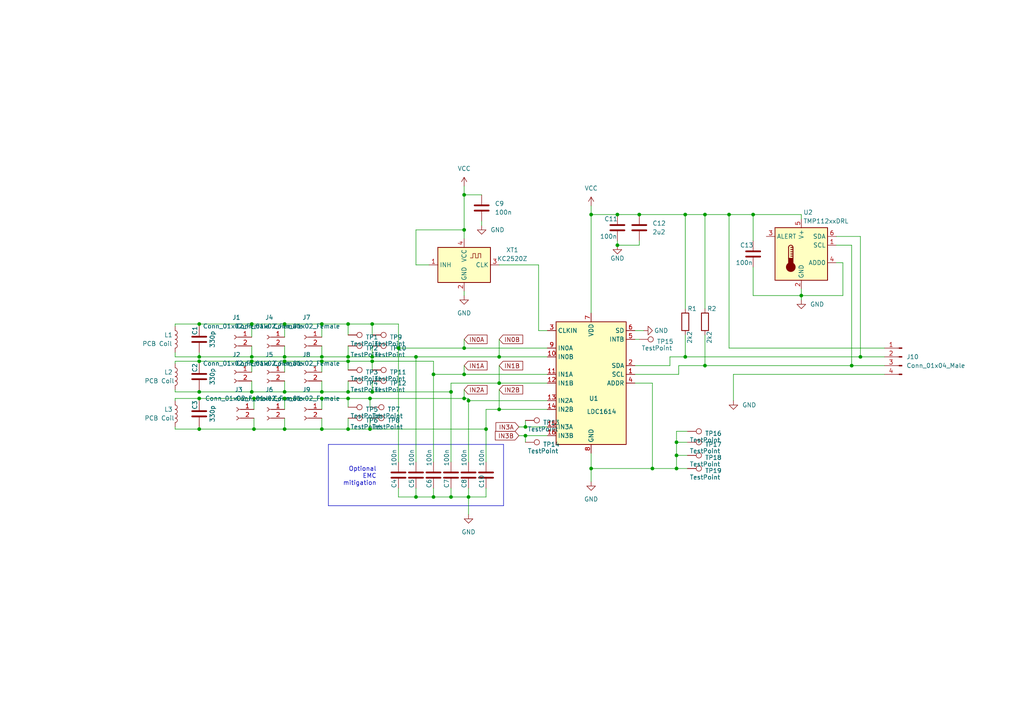
<source format=kicad_sch>
(kicad_sch (version 20230121) (generator eeschema)
  (paper "A4")
  (lib_symbols
    (symbol "Connector:Conn_01x02_Female" (pin_names (offset 1.016) hide)
      (property "Reference" "J" (at 0 2.54 0))
      (property "Value" "Conn_01x02_Female" (at 0 -5.08 0))
      (symbol "Conn_01x02_Female_1_1"
        (arc (start 0 -2.032) (mid -0.5058 -2.54) (end 0 -3.048) (stroke (width 0.1524)))
        (polyline (pts (xy -1.27 -2.54) (xy -0.508 -2.54)) (stroke (width 0.1524)))
        (polyline (pts (xy -1.27 0) (xy -0.508 0)) (stroke (width 0.1524)))
        (arc (start 0 0.508) (mid -0.5058 0) (end 0 -0.508) (stroke (width 0.1524)))
        (pin passive line (at -5.08 0 0) (length 3.81) (name "Pin_1") (number "1"))
        (pin passive line (at -5.08 -2.54 0) (length 3.81) (name "Pin_2") (number "2"))
      )
    )
    (symbol "Connector:Conn_01x04_Male" (pin_names (offset 1.016) hide)
      (property "Reference" "J" (at 0 5.08 0))
      (property "Value" "Conn_01x04_Male" (at 0 -7.62 0))
      (symbol "Conn_01x04_Male_1_1"
        (polyline (pts (xy 1.27 -5.08) (xy 0.8636 -5.08)) (stroke (width 0.1524)))
        (polyline (pts (xy 1.27 -2.54) (xy 0.8636 -2.54)) (stroke (width 0.1524)))
        (polyline (pts (xy 1.27 0) (xy 0.8636 0)) (stroke (width 0.1524)))
        (polyline (pts (xy 1.27 2.54) (xy 0.8636 2.54)) (stroke (width 0.1524)))
        (rectangle (start 0.8636 -4.953) (end 0 -5.207) (stroke (width 0.1524)) (fill (type outline)))
        (rectangle (start 0.8636 -2.413) (end 0 -2.667) (stroke (width 0.1524)) (fill (type outline)))
        (rectangle (start 0.8636 0.127) (end 0 -0.127) (stroke (width 0.1524)) (fill (type outline)))
        (rectangle (start 0.8636 2.667) (end 0 2.413) (stroke (width 0.1524)) (fill (type outline)))
        (pin passive line (at 5.08 2.54 180) (length 3.81) (name "Pin_1") (number "1"))
        (pin passive line (at 5.08 0 180) (length 3.81) (name "Pin_2") (number "2"))
        (pin passive line (at 5.08 -2.54 180) (length 3.81) (name "Pin_3") (number "3"))
        (pin passive line (at 5.08 -5.08 180) (length 3.81) (name "Pin_4") (number "4"))
      )
    )
    (symbol "Connector:TestPoint" (pin_numbers hide) (pin_names (offset 0.762) hide)
      (property "Reference" "TP" (at 0 6.858 0))
      (property "Value" "TestPoint" (at 0 5.08 0))
      (symbol "TestPoint_0_1"
        (circle (center 0 3.302) (radius 0.762))
      )
      (symbol "TestPoint_1_1"
        (pin passive line (at 0 0 90) (length 2.54) (name "1") (number "1"))
      )
    )
    (symbol "Device:C" (pin_numbers hide) (pin_names (offset 0.254))
      (property "Reference" "C" (at 0.635 2.54 0))
      (property "Value" "C" (at 0.635 -2.54 0))
      (symbol "C_0_1"
        (polyline (pts (xy -2.032 -0.762) (xy 2.032 -0.762)) (stroke (width 0.508)))
        (polyline (pts (xy -2.032 0.762) (xy 2.032 0.762)) (stroke (width 0.508)))
      )
      (symbol "C_1_1"
        (pin passive line (at 0 3.81 270) (length 2.794) (name "~") (number "1"))
        (pin passive line (at 0 -3.81 90) (length 2.794) (name "~") (number "2"))
      )
    )
    (symbol "Device:L" (pin_numbers hide) (pin_names (offset 1.016) hide)
      (property "Reference" "L" (at -1.27 0 90))
      (property "Value" "L" (at 1.905 0 90))
      (symbol "L_0_1"
        (arc (start 0 -2.54) (mid 0.6323 -1.905) (end 0 -1.27))
        (arc (start 0 -1.27) (mid 0.6323 -0.635) (end 0 0))
        (arc (start 0 0) (mid 0.6323 0.635) (end 0 1.27))
        (arc (start 0 1.27) (mid 0.6323 1.905) (end 0 2.54))
      )
      (symbol "L_1_1"
        (pin passive line (at 0 3.81 270) (length 1.27) (name "1") (number "1"))
        (pin passive line (at 0 -3.81 90) (length 1.27) (name "2") (number "2"))
      )
    )
    (symbol "Device:R" (pin_numbers hide) (pin_names (offset 0))
      (property "Reference" "R" (at 2.032 0 90))
      (property "Value" "R" (at 0 0 90))
      (symbol "R_0_1"
        (rectangle (start -1.016 -2.54) (end 1.016 2.54) (stroke (width 0.254)))
      )
      (symbol "R_1_1"
        (pin passive line (at 0 3.81 270) (length 1.27) (name "~") (number "1"))
        (pin passive line (at 0 -3.81 90) (length 1.27) (name "~") (number "2"))
      )
    )
    (symbol "Oscillator:KC2520Z"
      (property "Reference" "U" (at 2.54 12.7 0))
      (property "Value" "KC2520Z" (at 6.35 10.16 0))
      (symbol "KC2520Z_0_1"
        (rectangle (start -7.62 5.08) (end 7.62 -5.08) (stroke (width 0.254)) (fill (type background)))
      )
      (symbol "KC2520Z_1_1"
        (polyline (pts (xy 1.778 2.032) (xy 2.54 2.032) (xy 2.54 3.302) (xy 3.302 3.302) (xy 3.302 2.032) (xy 4.064 2.032) (xy 4.064 3.302) (xy 4.826 3.302) (xy 4.826 2.032)))
        (pin input line (at -10.16 0 0) (length 2.54) (name "INH") (number "1"))
        (pin power_in line (at 0 -7.62 90) (length 2.54) (name "GND") (number "2"))
        (pin output line (at 10.16 0 180) (length 2.54) (name "CLK") (number "3"))
        (pin power_in line (at 0 7.62 270) (length 2.54) (name "VCC") (number "4"))
      )
    )
    (symbol "Sensor_Proximity:LDC1614"
      (property "Reference" "U" (at -8.89 19.05 0))
      (property "Value" "LDC1614" (at 6.35 19.05 0))
      (symbol "LDC1614_0_1"
        (rectangle (start -10.16 -17.78) (end 10.16 17.78) (stroke (width 0.254)) (fill (type background)))
      )
      (symbol "LDC1614_1_1"
        (pin input line (at 12.7 2.54 180) (length 2.54) (name "SCL") (number "1"))
        (pin input line (at -12.7 7.62 0) (length 2.54) (name "IN0B") (number "10"))
        (pin input line (at -12.7 2.54 0) (length 2.54) (name "IN1A") (number "11"))
        (pin input line (at -12.7 0 0) (length 2.54) (name "IN1B") (number "12"))
        (pin input line (at -12.7 -5.08 0) (length 2.54) (name "IN2A") (number "13"))
        (pin input line (at -12.7 -7.62 0) (length 2.54) (name "IN2B") (number "14"))
        (pin input line (at -12.7 -12.7 0) (length 2.54) (name "IN3A") (number "15"))
        (pin input line (at -12.7 -15.24 0) (length 2.54) (name "IN3B") (number "16"))
        (pin passive line (at 0 -20.32 90) (length 2.54) hide (name "GND") (number "17"))
        (pin bidirectional line (at 12.7 5.08 180) (length 2.54) (name "SDA") (number "2"))
        (pin input line (at -12.7 15.24 0) (length 2.54) (name "CLKIN") (number "3"))
        (pin input line (at 12.7 0 180) (length 2.54) (name "ADDR") (number "4"))
        (pin open_collector line (at 12.7 12.7 180) (length 2.54) (name "INTB") (number "5"))
        (pin input line (at 12.7 15.24 180) (length 2.54) (name "SD") (number "6"))
        (pin power_in line (at 0 20.32 270) (length 2.54) (name "VDD") (number "7"))
        (pin power_in line (at 0 -20.32 90) (length 2.54) (name "GND") (number "8"))
        (pin input line (at -12.7 10.16 0) (length 2.54) (name "IN0A") (number "9"))
      )
    )
    (symbol "Sensor_Temperature:TMP112xxDRL"
      (property "Reference" "U" (at -2.54 10.795 0))
      (property "Value" "TMP112xxDRL" (at -2.54 8.89 0))
      (symbol "TMP112xxDRL_0_1"
        (rectangle (start -7.62 7.62) (end 7.62 -7.62) (stroke (width 0.254)) (fill (type background)))
      )
      (symbol "TMP112xxDRL_1_1"
        (polyline (pts (xy 2.413 -0.635) (xy 3.048 -0.635)) (stroke (width 0.254)))
        (polyline (pts (xy 2.413 0) (xy 3.048 0)) (stroke (width 0.254)))
        (polyline (pts (xy 2.413 0.635) (xy 3.048 0.635)) (stroke (width 0.254)))
        (polyline (pts (xy 2.413 1.27) (xy 3.048 1.27)) (stroke (width 0.254)))
        (polyline (pts (xy 2.413 1.905) (xy 2.413 -1.27)) (stroke (width 0.254)))
        (polyline (pts (xy 2.413 1.905) (xy 3.048 1.905)) (stroke (width 0.254)))
        (polyline (pts (xy 3.683 1.905) (xy 3.683 -1.27)) (stroke (width 0.254)))
        (circle (center 3.048 -3.81) (radius 1.27) (stroke (width 0.254)) (fill (type outline)))
        (rectangle (start 3.683 -3.175) (end 2.413 -1.27) (stroke (width 0.254)) (fill (type outline)))
        (arc (start 3.683 1.905) (mid 3.048 2.5373) (end 2.413 1.905) (stroke (width 0.254)))
        (pin input line (at -10.16 2.54 0) (length 2.54) (name "SCL") (number "1"))
        (pin power_in line (at 0 -10.16 90) (length 2.54) (name "GND") (number "2"))
        (pin open_collector line (at 10.16 5.08 180) (length 2.54) (name "ALERT") (number "3"))
        (pin input line (at -10.16 -2.54 0) (length 2.54) (name "ADD0") (number "4"))
        (pin power_in line (at 0 10.16 270) (length 2.54) (name "V+") (number "5"))
        (pin bidirectional line (at -10.16 5.08 0) (length 2.54) (name "SDA") (number "6"))
      )
    )
    (symbol "power:GND" (power) (pin_names (offset 0))
      (property "Value" "GND" (at 0 -3.81 0))
      (symbol "GND_0_1"
        (polyline (pts (xy 0 0) (xy 0 -1.27) (xy 1.27 -1.27) (xy 0 -2.54) (xy -1.27 -1.27) (xy 0 -1.27)))
      )
      (symbol "GND_1_1"
        (pin power_in line (at 0 0 270) (length 0) hide (name "GND") (number "1"))
      )
    )
    (symbol "power:VCC" (power) (pin_names (offset 0))
      (property "Value" "VCC" (at 0 3.81 0))
      (symbol "VCC_0_1"
        (polyline (pts (xy -0.762 1.27) (xy 0 2.54)))
        (polyline (pts (xy 0 0) (xy 0 2.54)))
        (polyline (pts (xy 0 2.54) (xy 0.762 1.27)))
      )
      (symbol "VCC_1_1"
        (pin power_in line (at 0 0 90) (length 0) hide (name "VCC") (number "1"))
      )
    )
  )
  (junction (at 100.965 104.775))
  (junction (at 73.025 103.505))
  (junction (at 144.78 103.505))
  (junction (at 73.025 104.775))
  (junction (at 152.4 126.365))
  (junction (at 134.62 66.675))
  (junction (at 196.215 128.27))
  (junction (at 107.315 115.57))
  (junction (at 93.345 115.57))
  (junction (at 171.45 135.89))
  (junction (at 185.42 62.23))
  (junction (at 125.73 108.585))
  (junction (at 107.315 124.46))
  (junction (at 57.785 113.665))
  (junction (at 57.785 93.98))
  (junction (at 57.785 115.57))
  (junction (at 198.755 62.23))
  (junction (at 57.785 104.775))
  (junction (at 82.55 115.57))
  (junction (at 247.015 106.045))
  (junction (at 134.62 100.965))
  (junction (at 218.44 62.23))
  (junction (at 198.755 103.505))
  (junction (at 107.95 103.505))
  (junction (at 100.965 103.505))
  (junction (at 204.47 62.23))
  (junction (at 134.62 108.585))
  (junction (at 100.965 93.98))
  (junction (at 107.95 93.98))
  (junction (at 93.345 124.46))
  (junction (at 144.78 111.125))
  (junction (at 120.65 144.145))
  (junction (at 100.965 115.57))
  (junction (at 196.215 135.89))
  (junction (at 134.62 56.515))
  (junction (at 73.025 113.665))
  (junction (at 82.55 113.665))
  (junction (at 93.345 104.775))
  (junction (at 120.65 103.505))
  (junction (at 140.97 124.46))
  (junction (at 135.89 116.205))
  (junction (at 82.55 93.98))
  (junction (at 73.025 93.98))
  (junction (at 249.555 103.505))
  (junction (at 93.345 103.505))
  (junction (at 93.345 93.98))
  (junction (at 130.81 144.145))
  (junction (at 130.81 113.665))
  (junction (at 100.965 113.665))
  (junction (at 125.73 144.145))
  (junction (at 107.95 104.775))
  (junction (at 134.62 115.57))
  (junction (at 100.965 124.46))
  (junction (at 82.55 103.505))
  (junction (at 73.66 124.46))
  (junction (at 135.89 144.145))
  (junction (at 196.215 132.08))
  (junction (at 57.785 124.46))
  (junction (at 57.785 103.505))
  (junction (at 152.4 123.825))
  (junction (at 232.41 85.725))
  (junction (at 211.455 62.23))
  (junction (at 115.57 100.965))
  (junction (at 179.07 62.23))
  (junction (at 189.23 135.89))
  (junction (at 73.66 115.57))
  (junction (at 144.78 118.745))
  (junction (at 82.55 104.775))
  (junction (at 107.95 113.665))
  (junction (at 82.55 124.46))
  (junction (at 93.345 113.665))
  (junction (at 171.45 62.23))
  (junction (at 179.07 71.12))
  (junction (at 204.47 106.045))
  (wire (pts (xy 93.345 110.49) (xy 93.345 113.665)))
  (wire (pts (xy 204.47 62.23) (xy 211.455 62.23)))
  (wire (pts (xy 196.215 135.89) (xy 199.39 135.89)))
  (wire (pts (xy 93.345 93.98) (xy 93.345 97.79)))
  (wire (pts (xy 134.62 56.515) (xy 134.62 66.675)))
  (wire (pts (xy 232.41 83.82) (xy 232.41 85.725)))
  (wire (pts (xy 107.95 110.49) (xy 107.95 113.665)))
  (wire (pts (xy 57.785 123.825) (xy 57.785 124.46)))
  (wire (pts (xy 134.62 100.965) (xy 158.75 100.965)))
  (wire (pts (xy 211.455 62.23) (xy 218.44 62.23)))
  (wire (pts (xy 198.755 62.23) (xy 204.47 62.23)))
  (wire (pts (xy 196.215 132.08) (xy 196.215 135.89)))
  (wire (pts (xy 82.55 100.33) (xy 82.55 103.505)))
  (wire (pts (xy 135.89 116.205) (xy 158.75 116.205)))
  (wire (pts (xy 100.965 113.665) (xy 107.95 113.665)))
  (wire (pts (xy 185.42 71.12) (xy 185.42 69.85)))
  (wire (pts (xy 120.65 103.505) (xy 144.78 103.505)))
  (wire (pts (xy 57.785 115.57) (xy 50.8 115.57)))
  (wire (pts (xy 125.73 108.585) (xy 134.62 108.585)))
  (wire (pts (xy 50.8 123.825) (xy 50.8 124.46)))
  (wire (pts (xy 144.78 103.505) (xy 158.75 103.505)))
  (wire (pts (xy 135.89 116.205) (xy 135.89 115.57)))
  (wire (pts (xy 152.4 123.825) (xy 158.75 123.825)))
  (wire (pts (xy 107.95 104.775) (xy 107.95 107.315)))
  (wire (pts (xy 134.62 53.975) (xy 134.62 56.515)))
  (wire (pts (xy 244.475 85.725) (xy 232.41 85.725)))
  (wire (pts (xy 171.45 131.445) (xy 171.45 135.89)))
  (wire (pts (xy 171.45 62.23) (xy 179.07 62.23)))
  (wire (pts (xy 204.47 97.155) (xy 204.47 106.045)))
  (wire (pts (xy 50.8 115.57) (xy 50.8 116.205)))
  (wire (pts (xy 73.025 104.775) (xy 82.55 104.775)))
  (wire (pts (xy 194.31 103.505) (xy 198.755 103.505)))
  (wire (pts (xy 189.23 135.89) (xy 196.215 135.89)))
  (wire (pts (xy 57.785 103.505) (xy 50.8 103.505)))
  (wire (pts (xy 82.55 104.775) (xy 93.345 104.775)))
  (wire (pts (xy 100.965 115.57) (xy 93.345 115.57)))
  (wire (pts (xy 184.15 106.045) (xy 194.31 106.045)))
  (wire (pts (xy 244.475 76.2) (xy 244.475 85.725)))
  (wire (pts (xy 93.345 124.46) (xy 100.965 124.46)))
  (wire (pts (xy 139.7 64.135) (xy 139.7 65.405)))
  (wire (pts (xy 140.97 124.46) (xy 140.97 133.985)))
  (wire (pts (xy 184.15 95.885) (xy 186.69 95.885)))
  (wire (pts (xy 50.8 104.775) (xy 57.785 104.775)))
  (wire (pts (xy 120.65 133.985) (xy 120.65 103.505)))
  (wire (pts (xy 73.66 115.57) (xy 57.785 115.57)))
  (wire (pts (xy 196.215 125.095) (xy 196.215 128.27)))
  (wire (pts (xy 50.8 93.98) (xy 50.8 94.615)))
  (polyline (pts (xy 95.25 128.905) (xy 95.25 146.685)))
  (wire (pts (xy 100.965 104.775) (xy 100.965 107.315)))
  (wire (pts (xy 115.57 100.965) (xy 115.57 93.98)))
  (wire (pts (xy 93.345 121.285) (xy 93.345 124.46)))
  (wire (pts (xy 100.965 93.98) (xy 93.345 93.98)))
  (wire (pts (xy 179.07 71.12) (xy 185.42 71.12)))
  (wire (pts (xy 152.4 126.365) (xy 152.4 128.27)))
  (wire (pts (xy 73.025 107.95) (xy 73.025 104.775)))
  (wire (pts (xy 135.89 115.57) (xy 134.62 115.57)))
  (wire (pts (xy 73.025 110.49) (xy 73.025 113.665)))
  (wire (pts (xy 218.44 85.725) (xy 232.41 85.725)))
  (wire (pts (xy 82.55 93.98) (xy 82.55 97.79)))
  (wire (pts (xy 242.57 76.2) (xy 244.475 76.2)))
  (wire (pts (xy 135.89 141.605) (xy 135.89 144.145)))
  (wire (pts (xy 73.66 124.46) (xy 82.55 124.46)))
  (wire (pts (xy 211.455 62.23) (xy 211.455 100.965)))
  (wire (pts (xy 150.495 126.365) (xy 152.4 126.365)))
  (wire (pts (xy 100.965 124.46) (xy 107.315 124.46)))
  (wire (pts (xy 107.95 93.98) (xy 107.95 97.155)))
  (wire (pts (xy 93.345 93.98) (xy 82.55 93.98)))
  (wire (pts (xy 115.57 100.965) (xy 115.57 133.985)))
  (wire (pts (xy 189.23 111.125) (xy 189.23 135.89)))
  (wire (pts (xy 115.57 144.145) (xy 120.65 144.145)))
  (wire (pts (xy 134.62 66.675) (xy 134.62 69.215)))
  (wire (pts (xy 82.55 103.505) (xy 93.345 103.505)))
  (wire (pts (xy 242.57 71.12) (xy 247.015 71.12)))
  (wire (pts (xy 134.62 115.57) (xy 107.315 115.57)))
  (wire (pts (xy 150.495 123.825) (xy 152.4 123.825)))
  (wire (pts (xy 107.95 100.33) (xy 107.95 103.505)))
  (wire (pts (xy 196.215 132.08) (xy 199.39 132.08)))
  (wire (pts (xy 211.455 100.965) (xy 256.54 100.965)))
  (wire (pts (xy 57.785 103.505) (xy 73.025 103.505)))
  (wire (pts (xy 82.55 121.285) (xy 82.55 124.46)))
  (wire (pts (xy 73.66 121.285) (xy 73.66 124.46)))
  (wire (pts (xy 93.345 115.57) (xy 93.345 118.745)))
  (polyline (pts (xy 95.25 146.685) (xy 146.05 146.685)))
  (wire (pts (xy 249.555 68.58) (xy 249.555 103.505)))
  (wire (pts (xy 57.785 124.46) (xy 73.66 124.46)))
  (wire (pts (xy 50.8 113.03) (xy 50.8 113.665)))
  (wire (pts (xy 199.39 125.095) (xy 196.215 125.095)))
  (wire (pts (xy 124.46 76.835) (xy 120.65 76.835)))
  (wire (pts (xy 156.21 76.835) (xy 156.21 95.885)))
  (wire (pts (xy 125.73 104.775) (xy 125.73 108.585)))
  (wire (pts (xy 156.21 95.885) (xy 158.75 95.885)))
  (wire (pts (xy 57.785 104.775) (xy 57.785 105.41)))
  (wire (pts (xy 130.81 113.665) (xy 130.81 133.985)))
  (wire (pts (xy 152.4 126.365) (xy 158.75 126.365)))
  (wire (pts (xy 57.785 102.235) (xy 57.785 103.505)))
  (wire (pts (xy 152.4 121.92) (xy 152.4 123.825)))
  (wire (pts (xy 184.15 108.585) (xy 196.85 108.585)))
  (wire (pts (xy 93.345 103.505) (xy 100.965 103.505)))
  (wire (pts (xy 171.45 135.89) (xy 189.23 135.89)))
  (wire (pts (xy 171.45 59.69) (xy 171.45 62.23)))
  (wire (pts (xy 125.73 144.145) (xy 130.81 144.145)))
  (wire (pts (xy 134.62 98.425) (xy 134.62 100.965)))
  (wire (pts (xy 218.44 77.47) (xy 218.44 85.725)))
  (wire (pts (xy 82.55 104.775) (xy 82.55 107.95)))
  (wire (pts (xy 115.57 100.965) (xy 134.62 100.965)))
  (wire (pts (xy 107.315 115.57) (xy 100.965 115.57)))
  (wire (pts (xy 130.81 111.125) (xy 130.81 113.665)))
  (wire (pts (xy 256.54 108.585) (xy 212.725 108.585)))
  (wire (pts (xy 144.78 111.125) (xy 158.75 111.125)))
  (wire (pts (xy 57.785 93.98) (xy 50.8 93.98)))
  (wire (pts (xy 50.8 103.505) (xy 50.8 102.235)))
  (wire (pts (xy 107.95 93.98) (xy 100.965 93.98)))
  (wire (pts (xy 120.65 144.145) (xy 125.73 144.145)))
  (wire (pts (xy 144.78 76.835) (xy 156.21 76.835)))
  (wire (pts (xy 107.315 115.57) (xy 107.315 118.11)))
  (wire (pts (xy 130.81 144.145) (xy 135.89 144.145)))
  (polyline (pts (xy 146.05 128.905) (xy 95.25 128.905)))
  (wire (pts (xy 82.55 93.98) (xy 73.025 93.98)))
  (wire (pts (xy 198.755 62.23) (xy 198.755 89.535)))
  (wire (pts (xy 73.025 100.33) (xy 73.025 103.505)))
  (wire (pts (xy 198.755 97.155) (xy 198.755 103.505)))
  (wire (pts (xy 100.965 115.57) (xy 100.965 118.11)))
  (wire (pts (xy 93.345 104.775) (xy 100.965 104.775)))
  (wire (pts (xy 93.345 100.33) (xy 93.345 103.505)))
  (wire (pts (xy 50.8 105.41) (xy 50.8 104.775)))
  (wire (pts (xy 107.95 113.665) (xy 130.81 113.665)))
  (wire (pts (xy 107.95 104.775) (xy 125.73 104.775)))
  (wire (pts (xy 82.55 110.49) (xy 82.55 113.665)))
  (wire (pts (xy 120.65 66.675) (xy 134.62 66.675)))
  (wire (pts (xy 100.965 103.505) (xy 107.95 103.505)))
  (wire (pts (xy 140.97 141.605) (xy 140.97 144.145)))
  (wire (pts (xy 93.345 115.57) (xy 82.55 115.57)))
  (polyline (pts (xy 146.05 128.905) (xy 146.05 146.685)))
  (wire (pts (xy 115.57 141.605) (xy 115.57 144.145)))
  (wire (pts (xy 134.62 108.585) (xy 158.75 108.585)))
  (wire (pts (xy 135.89 144.145) (xy 135.89 149.225)))
  (wire (pts (xy 204.47 62.23) (xy 204.47 89.535)))
  (wire (pts (xy 134.62 56.515) (xy 139.7 56.515)))
  (wire (pts (xy 184.15 98.425) (xy 185.42 98.425)))
  (wire (pts (xy 57.785 113.665) (xy 73.025 113.665)))
  (wire (pts (xy 242.57 68.58) (xy 249.555 68.58)))
  (wire (pts (xy 100.965 110.49) (xy 100.965 113.665)))
  (wire (pts (xy 100.965 100.33) (xy 100.965 103.505)))
  (wire (pts (xy 120.65 76.835) (xy 120.65 66.675)))
  (wire (pts (xy 134.62 106.045) (xy 134.62 108.585)))
  (wire (pts (xy 82.55 113.665) (xy 93.345 113.665)))
  (wire (pts (xy 204.47 106.045) (xy 247.015 106.045)))
  (wire (pts (xy 100.965 93.98) (xy 100.965 97.155)))
  (wire (pts (xy 171.45 62.23) (xy 171.45 90.805)))
  (wire (pts (xy 73.025 93.98) (xy 73.025 97.79)))
  (wire (pts (xy 107.95 103.505) (xy 120.65 103.505)))
  (wire (pts (xy 82.55 124.46) (xy 93.345 124.46)))
  (wire (pts (xy 135.89 144.145) (xy 140.97 144.145)))
  (wire (pts (xy 247.015 71.12) (xy 247.015 106.045)))
  (wire (pts (xy 50.8 113.665) (xy 57.785 113.665)))
  (wire (pts (xy 57.785 113.03) (xy 57.785 113.665)))
  (wire (pts (xy 57.785 115.57) (xy 57.785 116.205)))
  (wire (pts (xy 196.85 108.585) (xy 196.85 106.045)))
  (wire (pts (xy 179.07 62.23) (xy 185.42 62.23)))
  (wire (pts (xy 130.81 111.125) (xy 144.78 111.125)))
  (wire (pts (xy 232.41 62.23) (xy 232.41 63.5)))
  (wire (pts (xy 82.55 115.57) (xy 73.66 115.57)))
  (wire (pts (xy 144.78 106.045) (xy 144.78 111.125)))
  (wire (pts (xy 125.73 108.585) (xy 125.73 133.985)))
  (wire (pts (xy 196.215 128.27) (xy 199.39 128.27)))
  (wire (pts (xy 93.345 104.775) (xy 93.345 107.95)))
  (wire (pts (xy 93.345 113.665) (xy 100.965 113.665)))
  (wire (pts (xy 249.555 103.505) (xy 256.54 103.505)))
  (wire (pts (xy 50.8 124.46) (xy 57.785 124.46)))
  (wire (pts (xy 171.45 135.89) (xy 171.45 139.7)))
  (wire (pts (xy 73.66 115.57) (xy 73.66 118.745)))
  (wire (pts (xy 232.41 62.23) (xy 218.44 62.23)))
  (wire (pts (xy 73.025 113.665) (xy 82.55 113.665)))
  (wire (pts (xy 194.31 106.045) (xy 194.31 103.505)))
  (wire (pts (xy 73.025 93.98) (xy 57.785 93.98)))
  (wire (pts (xy 57.785 93.98) (xy 57.785 94.615)))
  (wire (pts (xy 100.965 104.775) (xy 107.95 104.775)))
  (wire (pts (xy 120.65 141.605) (xy 120.65 144.145)))
  (wire (pts (xy 179.07 69.85) (xy 179.07 71.12)))
  (wire (pts (xy 125.73 141.605) (xy 125.73 144.145)))
  (wire (pts (xy 218.44 62.23) (xy 218.44 69.85)))
  (wire (pts (xy 198.755 103.505) (xy 249.555 103.505)))
  (wire (pts (xy 107.315 121.285) (xy 107.315 124.46)))
  (wire (pts (xy 144.78 113.03) (xy 144.78 118.745)))
  (wire (pts (xy 82.55 115.57) (xy 82.55 118.745)))
  (wire (pts (xy 184.15 111.125) (xy 189.23 111.125)))
  (wire (pts (xy 115.57 93.98) (xy 107.95 93.98)))
  (wire (pts (xy 57.785 104.775) (xy 73.025 104.775)))
  (wire (pts (xy 247.015 106.045) (xy 256.54 106.045)))
  (wire (pts (xy 100.965 121.285) (xy 100.965 124.46)))
  (wire (pts (xy 135.89 116.205) (xy 135.89 133.985)))
  (wire (pts (xy 185.42 62.23) (xy 198.755 62.23)))
  (wire (pts (xy 232.41 85.725) (xy 232.41 86.995)))
  (wire (pts (xy 140.97 118.745) (xy 144.78 118.745)))
  (wire (pts (xy 134.62 84.455) (xy 134.62 85.725)))
  (wire (pts (xy 107.315 124.46) (xy 140.97 124.46)))
  (wire (pts (xy 134.62 113.03) (xy 134.62 115.57)))
  (wire (pts (xy 212.725 108.585) (xy 212.725 116.205)))
  (wire (pts (xy 144.78 118.745) (xy 158.75 118.745)))
  (wire (pts (xy 140.97 118.745) (xy 140.97 124.46)))
  (wire (pts (xy 130.81 141.605) (xy 130.81 144.145)))
  (wire (pts (xy 196.215 128.27) (xy 196.215 132.08)))
  (wire (pts (xy 196.85 106.045) (xy 204.47 106.045)))
  (wire (pts (xy 144.78 98.425) (xy 144.78 103.505)))
  (wire (pts (xy 73.025 103.505) (xy 82.55 103.505)))
  (text "Optional\nEMC\nmitigation" (at 109.22 140.97 0) (effects (font (size 1.27 1.27)) (justify right bottom)))
  (global_label "IN3A" (shape input) (at 150.495 123.825 180) (property "Intersheetrefs" "${INTERSHEET_REFS}" (effects hide)))
  (global_label "IN1A" (shape input) (at 134.62 106.045 0) (property "Intersheetrefs" "${INTERSHEET_REFS}" (effects hide)))
  (global_label "IN0A" (shape input) (at 134.62 98.425 0) (property "Intersheetrefs" "${INTERSHEET_REFS}" (effects hide)))
  (global_label "IN1B" (shape input) (at 144.78 106.045 0) (property "Intersheetrefs" "${INTERSHEET_REFS}" (effects hide)))
  (global_label "IN2A" (shape input) (at 134.62 113.03 0) (property "Intersheetrefs" "${INTERSHEET_REFS}" (effects hide)))
  (global_label "IN2B" (shape input) (at 144.78 113.03 0) (property "Intersheetrefs" "${INTERSHEET_REFS}" (effects hide)))
  (global_label "IN3B" (shape input) (at 150.495 126.365 180) (property "Intersheetrefs" "${INTERSHEET_REFS}" (effects hide)))
  (global_label "IN0B" (shape input) (at 144.78 98.425 0) (property "Intersheetrefs" "${INTERSHEET_REFS}" (effects hide)))
  (symbol (lib_id "Sensor_Proximity:LDC1614") (at 171.45 111.125 0) (unit 1)
    (property "Reference" "U1" (at 170.815 115.57 0) (effects (justify left)))
    (property "Value" "LDC1614" (at 170.18 119.38 0) (effects (justify left)))
    (property "Footprint" "Package_DFN_QFN:WQFN-16-1EP_4x4mm_P0.5mm_EP2.6x2.6mm_ThermalVias" (effects hide))
    (property "Datasheet" "http://www.ti.com/lit/ds/symlink/ldc1612.pdf" (effects hide))
  )
  (symbol (lib_id "Device:C") (at 179.07 66.04 0) (unit 1)
    (property "Reference" "C11" (at 175.26 63.5 0) (effects (justify left)))
    (property "Value" "100n" (at 173.99 68.58 0) (effects (justify left)))
    (property "Footprint" "Capacitor_SMD:C_0603_1608Metric_Pad1.08x0.95mm_HandSolder" (effects hide))
  )
  (symbol (lib_id "Device:C") (at 139.7 60.325 0) (unit 1)
    (property "Reference" "C9" (at 143.51 59.0549 0) (effects (justify left)))
    (property "Value" "100n" (at 143.51 61.5949 0) (effects (justify left)))
    (property "Footprint" "Capacitor_SMD:C_0603_1608Metric_Pad1.08x0.95mm_HandSolder" (effects hide))
  )
  (symbol (lib_id "Device:C") (at 135.89 137.795 0) (unit 1)
    (property "Reference" "C8" (at 134.62 141.605 90) (effects (justify left)))
    (property "Value" "100n" (at 134.62 135.255 90) (effects (justify left)))
    (property "Footprint" "Capacitor_SMD:C_0603_1608Metric_Pad1.08x0.95mm_HandSolder" (effects hide))
  )
  (symbol (lib_id "Connector:Conn_01x02_Female") (at 77.47 97.79 0) (mirror y) (unit 1)
    (property "Reference" "J4" (at 78.105 92.075 0))
    (property "Value" "Conn_01x02_Female" (at 78.105 94.615 0))
    (property "Footprint" "Library:PCBConnPads" (effects hide))
  )
  (symbol (lib_id "Connector:Conn_01x02_Female") (at 88.265 97.79 0) (mirror y) (unit 1)
    (property "Reference" "J7" (at 88.9 92.075 0))
    (property "Value" "Conn_01x02_Female" (at 88.9 94.615 0))
    (property "Footprint" "Library:PCBConnPadsLong" (effects hide))
  )
  (symbol (lib_id "Connector:TestPoint") (at 100.965 110.49 270) (unit 1)
    (property "Reference" "TP4" (at 106.045 111.125 90) (effects (justify left)))
    (property "Value" "TestPoint" (at 101.6 113.03 90) (effects (justify left)))
    (property "Footprint" "TestPoint:TestPoint_THTPad_1.5x1.5mm_Drill0.7mm" (effects hide))
  )
  (symbol (lib_id "Connector:Conn_01x02_Female") (at 67.945 107.95 0) (mirror y) (unit 1)
    (property "Reference" "J2" (at 68.58 102.87 0))
    (property "Value" "Conn_01x02_Female" (at 68.58 105.41 0))
    (property "Footprint" "Library:PCBConnPads" (effects hide))
  )
  (symbol (lib_id "Device:C") (at 57.785 98.425 180) (unit 1)
    (property "Reference" "C1" (at 56.515 95.885 90))
    (property "Value" "330p" (at 61.595 98.425 90))
    (property "Footprint" "Capacitor_SMD:C_0603_1608Metric_Pad1.08x0.95mm_HandSolder" (effects hide))
  )
  (symbol (lib_id "Connector:TestPoint") (at 199.39 125.095 270) (unit 1)
    (property "Reference" "TP16" (at 204.47 125.73 90) (effects (justify left)))
    (property "Value" "TestPoint" (at 200.025 127.635 90) (effects (justify left)))
    (property "Footprint" "TestPoint:TestPoint_THTPad_1.5x1.5mm_Drill0.7mm" (effects hide))
  )
  (symbol (lib_id "Connector:TestPoint") (at 107.95 97.155 270) (unit 1)
    (property "Reference" "TP9" (at 113.03 97.79 90) (effects (justify left)))
    (property "Value" "TestPoint" (at 108.585 99.695 90) (effects (justify left)))
    (property "Footprint" "TestPoint:TestPoint_THTPad_1.5x1.5mm_Drill0.7mm" (effects hide))
  )
  (symbol (lib_id "Connector:TestPoint") (at 199.39 128.27 270) (unit 1)
    (property "Reference" "TP17" (at 204.47 128.905 90) (effects (justify left)))
    (property "Value" "TestPoint" (at 200.025 130.81 90) (effects (justify left)))
    (property "Footprint" "TestPoint:TestPoint_THTPad_1.5x1.5mm_Drill0.7mm" (effects hide))
  )
  (symbol (lib_id "Connector:TestPoint") (at 100.965 100.33 270) (unit 1)
    (property "Reference" "TP2" (at 106.045 100.965 90) (effects (justify left)))
    (property "Value" "TestPoint" (at 101.6 102.87 90) (effects (justify left)))
    (property "Footprint" "TestPoint:TestPoint_THTPad_1.5x1.5mm_Drill0.7mm" (effects hide))
  )
  (symbol (lib_id "Connector:TestPoint") (at 100.965 121.285 270) (unit 1)
    (property "Reference" "TP6" (at 106.045 121.92 90) (effects (justify left)))
    (property "Value" "TestPoint" (at 101.6 123.825 90) (effects (justify left)))
    (property "Footprint" "TestPoint:TestPoint_THTPad_1.5x1.5mm_Drill0.7mm" (effects hide))
  )
  (symbol (lib_id "Device:R") (at 198.755 93.345 0) (unit 1)
    (property "Reference" "R1" (at 199.39 89.535 0) (effects (justify left)))
    (property "Value" "2k2" (at 200.025 99.695 90) (effects (justify left)))
    (property "Footprint" "Resistor_SMD:R_0603_1608Metric_Pad0.98x0.95mm_HandSolder" (effects hide))
  )
  (symbol (lib_id "power:GND") (at 232.41 86.995 0) (mirror y) (unit 1)
    (property "Reference" "#PWR010" (effects hide))
    (property "Value" "GND" (at 234.95 88.2649 0) (effects (justify right)))
  )
  (symbol (lib_id "Connector:TestPoint") (at 185.42 98.425 270) (unit 1)
    (property "Reference" "TP15" (at 190.5 99.06 90) (effects (justify left)))
    (property "Value" "TestPoint" (at 186.055 100.965 90) (effects (justify left)))
    (property "Footprint" "TestPoint:TestPoint_THTPad_1.5x1.5mm_Drill0.7mm" (effects hide))
  )
  (symbol (lib_id "Device:C") (at 125.73 137.795 0) (unit 1)
    (property "Reference" "C6" (at 124.46 141.605 90) (effects (justify left)))
    (property "Value" "100n" (at 124.46 135.255 90) (effects (justify left)))
    (property "Footprint" "Capacitor_SMD:C_0603_1608Metric_Pad1.08x0.95mm_HandSolder" (effects hide))
  )
  (symbol (lib_id "Connector:TestPoint") (at 152.4 128.27 270) (unit 1)
    (property "Reference" "TP14" (at 157.48 128.905 90) (effects (justify left)))
    (property "Value" "TestPoint" (at 153.035 130.81 90) (effects (justify left)))
    (property "Footprint" "TestPoint:TestPoint_THTPad_1.5x1.5mm_Drill0.7mm" (effects hide))
  )
  (symbol (lib_id "Device:C") (at 57.785 109.22 180) (unit 1)
    (property "Reference" "C2" (at 56.515 106.68 90))
    (property "Value" "330p" (at 61.595 109.22 90))
    (property "Footprint" "Capacitor_SMD:C_0603_1608Metric_Pad1.08x0.95mm_HandSolder" (effects hide))
  )
  (symbol (lib_id "power:GND") (at 139.7 65.405 0) (mirror y) (unit 1)
    (property "Reference" "#PWR04" (effects hide))
    (property "Value" "GND" (at 142.24 66.6749 0) (effects (justify right)))
  )
  (symbol (lib_id "Connector:Conn_01x02_Female") (at 77.47 107.95 0) (mirror y) (unit 1)
    (property "Reference" "J5" (at 78.105 102.87 0))
    (property "Value" "Conn_01x02_Female" (at 78.105 105.41 0))
    (property "Footprint" "Library:PCBConnPads" (effects hide))
  )
  (symbol (lib_id "Device:C") (at 185.42 66.04 0) (unit 1)
    (property "Reference" "C12" (at 189.23 64.7699 0) (effects (justify left)))
    (property "Value" "2u2" (at 189.23 67.3099 0) (effects (justify left)))
    (property "Footprint" "Capacitor_SMD:C_0603_1608Metric_Pad1.08x0.95mm_HandSolder" (effects hide))
  )
  (symbol (lib_id "Device:C") (at 115.57 137.795 0) (unit 1)
    (property "Reference" "C4" (at 114.3 141.605 90) (effects (justify left)))
    (property "Value" "100n" (at 114.3 135.255 90) (effects (justify left)))
    (property "Footprint" "Capacitor_SMD:C_0603_1608Metric_Pad1.08x0.95mm_HandSolder" (effects hide))
  )
  (symbol (lib_id "Device:C") (at 57.785 120.015 180) (unit 1)
    (property "Reference" "C3" (at 56.515 117.475 90))
    (property "Value" "330p" (at 61.595 120.015 90))
    (property "Footprint" "Capacitor_SMD:C_0603_1608Metric_Pad1.08x0.95mm_HandSolder" (effects hide))
  )
  (symbol (lib_id "power:GND") (at 212.725 116.205 0) (mirror y) (unit 1)
    (property "Reference" "#PWR09" (effects hide))
    (property "Value" "GND" (at 215.265 117.4749 0) (effects (justify right)))
  )
  (symbol (lib_id "Device:L") (at 50.8 109.22 0) (unit 1)
    (property "Reference" "L2" (at 47.625 107.95 0) (effects (justify left)))
    (property "Value" "PCB Coil" (at 41.91 110.49 0) (effects (justify left)))
    (property "Footprint" "Library:Coil" (effects hide))
  )
  (symbol (lib_id "Device:C") (at 130.81 137.795 0) (unit 1)
    (property "Reference" "C7" (at 129.54 141.605 90) (effects (justify left)))
    (property "Value" "100n" (at 129.54 135.255 90) (effects (justify left)))
    (property "Footprint" "Capacitor_SMD:C_0603_1608Metric_Pad1.08x0.95mm_HandSolder" (effects hide))
  )
  (symbol (lib_id "Device:L") (at 50.8 98.425 0) (unit 1)
    (property "Reference" "L1" (at 47.625 97.155 0) (effects (justify left)))
    (property "Value" "PCB Coil" (at 41.275 99.695 0) (effects (justify left)))
    (property "Footprint" "Library:Coil" (effects hide))
  )
  (symbol (lib_id "Device:L") (at 50.8 120.015 0) (unit 1)
    (property "Reference" "L3" (at 47.625 118.745 0) (effects (justify left)))
    (property "Value" "PCB Coil" (at 41.91 121.285 0) (effects (justify left)))
    (property "Footprint" "Library:Coil" (effects hide))
  )
  (symbol (lib_id "Connector:Conn_01x02_Female") (at 67.945 97.79 0) (mirror y) (unit 1)
    (property "Reference" "J1" (at 68.58 92.075 0))
    (property "Value" "Conn_01x02_Female" (at 68.58 94.615 0))
    (property "Footprint" "Library:PCBConnPads" (effects hide))
  )
  (symbol (lib_id "power:VCC") (at 171.45 59.69 0) (unit 1)
    (property "Reference" "#PWR05" (effects hide))
    (property "Value" "VCC" (at 171.45 54.61 0))
  )
  (symbol (lib_id "Connector:TestPoint") (at 107.95 100.33 270) (unit 1)
    (property "Reference" "TP10" (at 113.03 100.965 90) (effects (justify left)))
    (property "Value" "TestPoint" (at 108.585 102.87 90) (effects (justify left)))
    (property "Footprint" "TestPoint:TestPoint_THTPad_1.5x1.5mm_Drill0.7mm" (effects hide))
  )
  (symbol (lib_id "Connector:TestPoint") (at 107.315 121.285 270) (unit 1)
    (property "Reference" "TP8" (at 112.395 121.92 90) (effects (justify left)))
    (property "Value" "TestPoint" (at 107.95 123.825 90) (effects (justify left)))
    (property "Footprint" "TestPoint:TestPoint_THTPad_1.5x1.5mm_Drill0.7mm" (effects hide))
  )
  (symbol (lib_id "Device:C") (at 120.65 137.795 0) (unit 1)
    (property "Reference" "C5" (at 119.38 141.605 90) (effects (justify left)))
    (property "Value" "100n" (at 119.38 135.255 90) (effects (justify left)))
    (property "Footprint" "Capacitor_SMD:C_0603_1608Metric_Pad1.08x0.95mm_HandSolder" (effects hide))
  )
  (symbol (lib_id "Connector:Conn_01x02_Female") (at 88.265 118.745 0) (mirror y) (unit 1)
    (property "Reference" "J9" (at 88.9 113.03 0))
    (property "Value" "Conn_01x02_Female" (at 88.9 115.57 0))
    (property "Footprint" "Library:PCBConnPadsLong" (effects hide))
  )
  (symbol (lib_id "power:GND") (at 135.89 149.225 0) (unit 1)
    (property "Reference" "#PWR03" (effects hide))
    (property "Value" "GND" (at 135.89 154.305 0))
  )
  (symbol (lib_id "Connector:Conn_01x04_Male") (at 261.62 103.505 0) (mirror y) (unit 1)
    (property "Reference" "J10" (at 262.89 103.5049 0) (effects (justify right)))
    (property "Value" "Conn_01x04_Male" (at 262.89 106.0449 0) (effects (justify right)))
    (property "Footprint" "Connector_JST:JST_PH_B4B-PH-SM4-TB_1x04-1MP_P2.00mm_Vertical" (effects hide))
  )
  (symbol (lib_id "Device:C") (at 140.97 137.795 0) (unit 1)
    (property "Reference" "C10" (at 139.7 141.605 90) (effects (justify left)))
    (property "Value" "100n" (at 139.7 135.255 90) (effects (justify left)))
    (property "Footprint" "Capacitor_SMD:C_0603_1608Metric_Pad1.08x0.95mm_HandSolder" (effects hide))
  )
  (symbol (lib_id "Connector:TestPoint") (at 152.4 121.92 270) (unit 1)
    (property "Reference" "TP13" (at 157.48 122.555 90) (effects (justify left)))
    (property "Value" "TestPoint" (at 153.035 124.46 90) (effects (justify left)))
    (property "Footprint" "TestPoint:TestPoint_THTPad_1.5x1.5mm_Drill0.7mm" (effects hide))
  )
  (symbol (lib_id "Connector:TestPoint") (at 199.39 132.08 270) (unit 1)
    (property "Reference" "TP18" (at 204.47 132.715 90) (effects (justify left)))
    (property "Value" "TestPoint" (at 200.025 134.62 90) (effects (justify left)))
    (property "Footprint" "TestPoint:TestPoint_THTPad_1.5x1.5mm_Drill0.7mm" (effects hide))
  )
  (symbol (lib_id "Oscillator:KC2520Z") (at 134.62 76.835 0) (unit 1)
    (property "Reference" "XT1" (at 148.59 72.5043 0))
    (property "Value" "KC2520Z" (at 148.59 75.0443 0))
    (property "Footprint" "Oscillator:Oscillator_SMD_Kyocera_KC2520Z-4Pin_2.5x2.0mm" (effects hide))
    (property "Datasheet" "https://global.kyocera.com/prdct/electro/product/pdf/clock_z_xz_e.pdf" (effects hide))
  )
  (symbol (lib_id "power:GND") (at 179.07 71.12 0) (unit 1)
    (property "Reference" "#PWR07" (effects hide))
    (property "Value" "GND" (at 179.07 74.93 0))
  )
  (symbol (lib_id "Connector:TestPoint") (at 100.965 107.315 270) (unit 1)
    (property "Reference" "TP3" (at 106.045 107.95 90) (effects (justify left)))
    (property "Value" "TestPoint" (at 101.6 109.855 90) (effects (justify left)))
    (property "Footprint" "TestPoint:TestPoint_THTPad_1.5x1.5mm_Drill0.7mm" (effects hide))
  )
  (symbol (lib_id "Device:C") (at 218.44 73.66 0) (unit 1)
    (property "Reference" "C13" (at 214.63 71.12 0) (effects (justify left)))
    (property "Value" "100n" (at 213.36 76.2 0) (effects (justify left)))
    (property "Footprint" "Capacitor_SMD:C_0603_1608Metric_Pad1.08x0.95mm_HandSolder" (effects hide))
  )
  (symbol (lib_id "Connector:TestPoint") (at 107.95 110.49 270) (unit 1)
    (property "Reference" "TP12" (at 113.03 111.125 90) (effects (justify left)))
    (property "Value" "TestPoint" (at 108.585 113.03 90) (effects (justify left)))
    (property "Footprint" "TestPoint:TestPoint_THTPad_1.5x1.5mm_Drill0.7mm" (effects hide))
  )
  (symbol (lib_id "power:GND") (at 186.69 95.885 90) (unit 1)
    (property "Reference" "#PWR08" (effects hide))
    (property "Value" "GND" (at 191.77 95.885 90))
  )
  (symbol (lib_id "Connector:Conn_01x02_Female") (at 68.58 118.745 0) (mirror y) (unit 1)
    (property "Reference" "J3" (at 69.215 113.03 0))
    (property "Value" "Conn_01x02_Female" (at 69.215 115.57 0))
    (property "Footprint" "Library:PCBConnPads" (effects hide))
  )
  (symbol (lib_id "Sensor_Temperature:TMP112xxDRL") (at 232.41 73.66 0) (mirror y) (unit 1)
    (property "Reference" "U2" (at 232.9941 61.595 0) (effects (justify right)))
    (property "Value" "TMP112xxDRL" (at 232.9941 64.135 0) (effects (justify right)))
    (property "Footprint" "Package_TO_SOT_SMD:SOT-563" (effects hide))
    (property "Datasheet" "https://www.ti.com/lit/ds/symlink/tmp112.pdf" (effects hide))
  )
  (symbol (lib_id "power:GND") (at 171.45 139.7 0) (unit 1)
    (property "Reference" "#PWR06" (effects hide))
    (property "Value" "GND" (at 171.45 144.78 0))
  )
  (symbol (lib_id "Connector:Conn_01x02_Female") (at 88.265 107.95 0) (mirror y) (unit 1)
    (property "Reference" "J8" (at 88.9 102.87 0))
    (property "Value" "Conn_01x02_Female" (at 88.9 105.41 0))
    (property "Footprint" "Library:PCBConnPadsLong" (effects hide))
  )
  (symbol (lib_id "Connector:TestPoint") (at 107.315 118.11 270) (unit 1)
    (property "Reference" "TP7" (at 112.395 118.745 90) (effects (justify left)))
    (property "Value" "TestPoint" (at 107.95 120.65 90) (effects (justify left)))
    (property "Footprint" "TestPoint:TestPoint_THTPad_1.5x1.5mm_Drill0.7mm" (effects hide))
  )
  (symbol (lib_id "Connector:TestPoint") (at 100.965 118.11 270) (unit 1)
    (property "Reference" "TP5" (at 106.045 118.745 90) (effects (justify left)))
    (property "Value" "TestPoint" (at 101.6 120.65 90) (effects (justify left)))
    (property "Footprint" "TestPoint:TestPoint_THTPad_1.5x1.5mm_Drill0.7mm" (effects hide))
  )
  (symbol (lib_id "Connector:TestPoint") (at 100.965 97.155 270) (unit 1)
    (property "Reference" "TP1" (at 106.045 97.79 90) (effects (justify left)))
    (property "Value" "TestPoint" (at 101.6 99.695 90) (effects (justify left)))
    (property "Footprint" "TestPoint:TestPoint_THTPad_1.5x1.5mm_Drill0.7mm" (effects hide))
  )
  (symbol (lib_id "Connector:TestPoint") (at 107.95 107.315 270) (unit 1)
    (property "Reference" "TP11" (at 113.03 107.95 90) (effects (justify left)))
    (property "Value" "TestPoint" (at 108.585 109.855 90) (effects (justify left)))
    (property "Footprint" "TestPoint:TestPoint_THTPad_1.5x1.5mm_Drill0.7mm" (effects hide))
  )
  (symbol (lib_id "Device:R") (at 204.47 93.345 0) (unit 1)
    (property "Reference" "R2" (at 205.105 89.535 0) (effects (justify left)))
    (property "Value" "2k2" (at 205.74 99.695 90) (effects (justify left)))
    (property "Footprint" "Resistor_SMD:R_0603_1608Metric_Pad0.98x0.95mm_HandSolder" (effects hide))
  )
  (symbol (lib_id "power:GND") (at 134.62 85.725 0) (unit 1)
    (property "Reference" "#PWR02" (effects hide))
    (property "Value" "GND" (at 134.62 90.805 0))
  )
  (symbol (lib_id "Connector:TestPoint") (at 199.39 135.89 270) (unit 1)
    (property "Reference" "TP19" (at 204.47 136.525 90) (effects (justify left)))
    (property "Value" "TestPoint" (at 200.025 138.43 90) (effects (justify left)))
    (property "Footprint" "TestPoint:TestPoint_THTPad_1.5x1.5mm_Drill0.7mm" (effects hide))
  )
  (symbol (lib_id "power:VCC") (at 134.62 53.975 0) (unit 1)
    (property "Reference" "#PWR01" (effects hide))
    (property "Value" "VCC" (at 134.62 48.895 0))
  )
  (symbol (lib_id "Connector:Conn_01x02_Female") (at 77.47 118.745 0) (mirror y) (unit 1)
    (property "Reference" "J6" (at 78.105 113.03 0))
    (property "Value" "Conn_01x02_Female" (at 78.105 115.57 0))
    (property "Footprint" "Library:PCBConnPads" (effects hide))
  )
)
</source>
